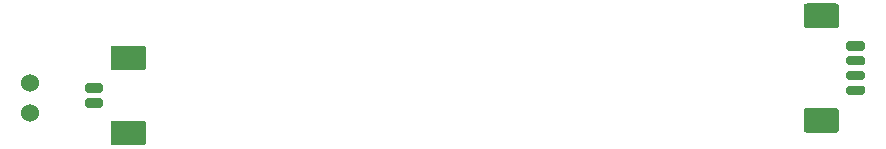
<source format=gbs>
%TF.GenerationSoftware,KiCad,Pcbnew,(5.1.9-0-10_14)*%
%TF.CreationDate,2022-02-18T16:21:06-06:00*%
%TF.ProjectId,OwlSat_Z_Panel,4f776c53-6174-45f5-9a5f-50616e656c2e,rev?*%
%TF.SameCoordinates,Original*%
%TF.FileFunction,Soldermask,Bot*%
%TF.FilePolarity,Negative*%
%FSLAX46Y46*%
G04 Gerber Fmt 4.6, Leading zero omitted, Abs format (unit mm)*
G04 Created by KiCad (PCBNEW (5.1.9-0-10_14)) date 2022-02-18 16:21:06*
%MOMM*%
%LPD*%
G01*
G04 APERTURE LIST*
%ADD10C,1.524000*%
G04 APERTURE END LIST*
%TO.C,U3*%
G36*
G01*
X183000000Y-84425000D02*
X181800000Y-84425000D01*
G75*
G02*
X181600000Y-84225000I0J200000D01*
G01*
X181600000Y-83825000D01*
G75*
G02*
X181800000Y-83625000I200000J0D01*
G01*
X183000000Y-83625000D01*
G75*
G02*
X183200000Y-83825000I0J-200000D01*
G01*
X183200000Y-84225000D01*
G75*
G02*
X183000000Y-84425000I-200000J0D01*
G01*
G37*
G36*
G01*
X183000000Y-83175000D02*
X181800000Y-83175000D01*
G75*
G02*
X181600000Y-82975000I0J200000D01*
G01*
X181600000Y-82575000D01*
G75*
G02*
X181800000Y-82375000I200000J0D01*
G01*
X183000000Y-82375000D01*
G75*
G02*
X183200000Y-82575000I0J-200000D01*
G01*
X183200000Y-82975000D01*
G75*
G02*
X183000000Y-83175000I-200000J0D01*
G01*
G37*
G36*
G01*
X183000000Y-81925000D02*
X181800000Y-81925000D01*
G75*
G02*
X181600000Y-81725000I0J200000D01*
G01*
X181600000Y-81325000D01*
G75*
G02*
X181800000Y-81125000I200000J0D01*
G01*
X183000000Y-81125000D01*
G75*
G02*
X183200000Y-81325000I0J-200000D01*
G01*
X183200000Y-81725000D01*
G75*
G02*
X183000000Y-81925000I-200000J0D01*
G01*
G37*
G36*
G01*
X183000000Y-80675000D02*
X181800000Y-80675000D01*
G75*
G02*
X181600000Y-80475000I0J200000D01*
G01*
X181600000Y-80075000D01*
G75*
G02*
X181800000Y-79875000I200000J0D01*
G01*
X183000000Y-79875000D01*
G75*
G02*
X183200000Y-80075000I0J-200000D01*
G01*
X183200000Y-80475000D01*
G75*
G02*
X183000000Y-80675000I-200000J0D01*
G01*
G37*
G36*
G01*
X180750001Y-87625000D02*
X178249999Y-87625000D01*
G75*
G02*
X178000000Y-87375001I0J249999D01*
G01*
X178000000Y-85774999D01*
G75*
G02*
X178249999Y-85525000I249999J0D01*
G01*
X180750001Y-85525000D01*
G75*
G02*
X181000000Y-85774999I0J-249999D01*
G01*
X181000000Y-87375001D01*
G75*
G02*
X180750001Y-87625000I-249999J0D01*
G01*
G37*
G36*
G01*
X180750001Y-78775000D02*
X178249999Y-78775000D01*
G75*
G02*
X178000000Y-78525001I0J249999D01*
G01*
X178000000Y-76924999D01*
G75*
G02*
X178249999Y-76675000I249999J0D01*
G01*
X180750001Y-76675000D01*
G75*
G02*
X181000000Y-76924999I0J-249999D01*
G01*
X181000000Y-78525001D01*
G75*
G02*
X180750001Y-78775000I-249999J0D01*
G01*
G37*
%TD*%
%TO.C,U4*%
G36*
G01*
X117320000Y-83445000D02*
X118520000Y-83445000D01*
G75*
G02*
X118720000Y-83645000I0J-200000D01*
G01*
X118720000Y-84045000D01*
G75*
G02*
X118520000Y-84245000I-200000J0D01*
G01*
X117320000Y-84245000D01*
G75*
G02*
X117120000Y-84045000I0J200000D01*
G01*
X117120000Y-83645000D01*
G75*
G02*
X117320000Y-83445000I200000J0D01*
G01*
G37*
G36*
G01*
X117320000Y-84695000D02*
X118520000Y-84695000D01*
G75*
G02*
X118720000Y-84895000I0J-200000D01*
G01*
X118720000Y-85295000D01*
G75*
G02*
X118520000Y-85495000I-200000J0D01*
G01*
X117320000Y-85495000D01*
G75*
G02*
X117120000Y-85295000I0J200000D01*
G01*
X117120000Y-84895000D01*
G75*
G02*
X117320000Y-84695000I200000J0D01*
G01*
G37*
G36*
G01*
X119570000Y-80245000D02*
X122070000Y-80245000D01*
G75*
G02*
X122320000Y-80495000I0J-250000D01*
G01*
X122320000Y-82095000D01*
G75*
G02*
X122070000Y-82345000I-250000J0D01*
G01*
X119570000Y-82345000D01*
G75*
G02*
X119320000Y-82095000I0J250000D01*
G01*
X119320000Y-80495000D01*
G75*
G02*
X119570000Y-80245000I250000J0D01*
G01*
G37*
G36*
G01*
X119570000Y-86595000D02*
X122070000Y-86595000D01*
G75*
G02*
X122320000Y-86845000I0J-250000D01*
G01*
X122320000Y-88445000D01*
G75*
G02*
X122070000Y-88695000I-250000J0D01*
G01*
X119570000Y-88695000D01*
G75*
G02*
X119320000Y-88445000I0J250000D01*
G01*
X119320000Y-86845000D01*
G75*
G02*
X119570000Y-86595000I250000J0D01*
G01*
G37*
%TD*%
D10*
%TO.C,U5*%
X112510000Y-83370000D03*
X112510000Y-85910000D03*
%TD*%
M02*

</source>
